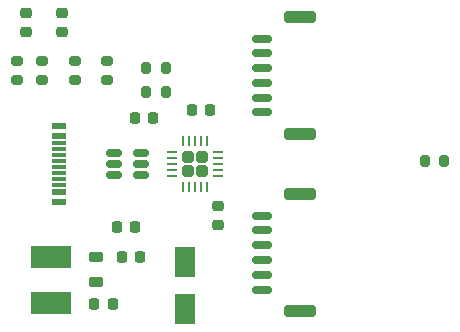
<source format=gbr>
%TF.GenerationSoftware,KiCad,Pcbnew,7.0.5.1-1-g8f565ef7f0-dirty-deb11*%
%TF.CreationDate,2023-08-03T09:27:25+00:00*%
%TF.ProjectId,TFUSBSERIAL01,54465553-4253-4455-9249-414c30312e6b,REV*%
%TF.SameCoordinates,Original*%
%TF.FileFunction,Paste,Bot*%
%TF.FilePolarity,Positive*%
%FSLAX46Y46*%
G04 Gerber Fmt 4.6, Leading zero omitted, Abs format (unit mm)*
G04 Created by KiCad (PCBNEW 7.0.5.1-1-g8f565ef7f0-dirty-deb11) date 2023-08-03 09:27:25*
%MOMM*%
%LPD*%
G01*
G04 APERTURE LIST*
G04 Aperture macros list*
%AMRoundRect*
0 Rectangle with rounded corners*
0 $1 Rounding radius*
0 $2 $3 $4 $5 $6 $7 $8 $9 X,Y pos of 4 corners*
0 Add a 4 corners polygon primitive as box body*
4,1,4,$2,$3,$4,$5,$6,$7,$8,$9,$2,$3,0*
0 Add four circle primitives for the rounded corners*
1,1,$1+$1,$2,$3*
1,1,$1+$1,$4,$5*
1,1,$1+$1,$6,$7*
1,1,$1+$1,$8,$9*
0 Add four rect primitives between the rounded corners*
20,1,$1+$1,$2,$3,$4,$5,0*
20,1,$1+$1,$4,$5,$6,$7,0*
20,1,$1+$1,$6,$7,$8,$9,0*
20,1,$1+$1,$8,$9,$2,$3,0*%
G04 Aperture macros list end*
%ADD10R,1.800000X2.500000*%
%ADD11RoundRect,0.218750X0.256250X-0.218750X0.256250X0.218750X-0.256250X0.218750X-0.256250X-0.218750X0*%
%ADD12RoundRect,0.225000X0.250000X-0.225000X0.250000X0.225000X-0.250000X0.225000X-0.250000X-0.225000X0*%
%ADD13RoundRect,0.218750X-0.218750X-0.256250X0.218750X-0.256250X0.218750X0.256250X-0.218750X0.256250X0*%
%ADD14RoundRect,0.200000X-0.275000X0.200000X-0.275000X-0.200000X0.275000X-0.200000X0.275000X0.200000X0*%
%ADD15RoundRect,0.225000X0.225000X0.250000X-0.225000X0.250000X-0.225000X-0.250000X0.225000X-0.250000X0*%
%ADD16RoundRect,0.200000X-0.200000X-0.275000X0.200000X-0.275000X0.200000X0.275000X-0.200000X0.275000X0*%
%ADD17RoundRect,0.218750X0.381250X-0.218750X0.381250X0.218750X-0.381250X0.218750X-0.381250X-0.218750X0*%
%ADD18RoundRect,0.150000X-0.700000X0.150000X-0.700000X-0.150000X0.700000X-0.150000X0.700000X0.150000X0*%
%ADD19RoundRect,0.250000X-1.100000X0.250000X-1.100000X-0.250000X1.100000X-0.250000X1.100000X0.250000X0*%
%ADD20RoundRect,0.250000X0.255000X-0.255000X0.255000X0.255000X-0.255000X0.255000X-0.255000X-0.255000X0*%
%ADD21RoundRect,0.062500X0.062500X-0.350000X0.062500X0.350000X-0.062500X0.350000X-0.062500X-0.350000X0*%
%ADD22RoundRect,0.062500X0.350000X-0.062500X0.350000X0.062500X-0.350000X0.062500X-0.350000X-0.062500X0*%
%ADD23RoundRect,0.200000X0.275000X-0.200000X0.275000X0.200000X-0.275000X0.200000X-0.275000X-0.200000X0*%
%ADD24RoundRect,0.225000X-0.225000X-0.250000X0.225000X-0.250000X0.225000X0.250000X-0.225000X0.250000X0*%
%ADD25R,3.400000X1.900000*%
%ADD26R,1.150000X0.600000*%
%ADD27R,1.150000X0.300000*%
%ADD28RoundRect,0.150000X0.512500X0.150000X-0.512500X0.150000X-0.512500X-0.150000X0.512500X-0.150000X0*%
%ADD29RoundRect,0.200000X0.200000X0.275000X-0.200000X0.275000X-0.200000X-0.275000X0.200000X-0.275000X0*%
G04 APERTURE END LIST*
D10*
%TO.C,D1*%
X154009000Y-108618000D03*
X154009000Y-112618000D03*
%TD*%
D11*
%TO.C,D3*%
X140594000Y-89104500D03*
X140594000Y-87529500D03*
%TD*%
D12*
%TO.C,C5*%
X156800000Y-105450000D03*
X156800000Y-103900000D03*
%TD*%
D13*
%TO.C,D4*%
X148268500Y-105665000D03*
X149843500Y-105665000D03*
%TD*%
D14*
%TO.C,R5*%
X147405000Y-91568000D03*
X147405000Y-93218000D03*
%TD*%
%TO.C,R6*%
X144738000Y-91569000D03*
X144738000Y-93219000D03*
%TD*%
D15*
%TO.C,C2*%
X151342000Y-96394000D03*
X149792000Y-96394000D03*
%TD*%
D16*
%TO.C,R7*%
X174330000Y-100077000D03*
X175980000Y-100077000D03*
%TD*%
D17*
%TO.C,FB1*%
X146516000Y-110330000D03*
X146516000Y-108205000D03*
%TD*%
D18*
%TO.C,J2*%
X160541000Y-89692000D03*
X160541000Y-90942000D03*
X160541000Y-92192000D03*
X160541000Y-93442000D03*
X160541000Y-94692000D03*
X160541000Y-95942000D03*
D19*
X163741000Y-87842000D03*
X163741000Y-97792000D03*
%TD*%
D20*
%TO.C,U2*%
X154273000Y-100942000D03*
X155523000Y-100942000D03*
X154273000Y-99692000D03*
X155523000Y-99692000D03*
D21*
X155898000Y-102254500D03*
X155398000Y-102254500D03*
X154898000Y-102254500D03*
X154398000Y-102254500D03*
X153898000Y-102254500D03*
D22*
X152960500Y-101317000D03*
X152960500Y-100817000D03*
X152960500Y-100317000D03*
X152960500Y-99817000D03*
X152960500Y-99317000D03*
D21*
X153898000Y-98379500D03*
X154398000Y-98379500D03*
X154898000Y-98379500D03*
X155398000Y-98379500D03*
X155898000Y-98379500D03*
D22*
X156835500Y-99317000D03*
X156835500Y-99817000D03*
X156835500Y-100317000D03*
X156835500Y-100817000D03*
X156835500Y-101317000D03*
%TD*%
D23*
%TO.C,R2*%
X141944000Y-93218000D03*
X141944000Y-91568000D03*
%TD*%
D24*
%TO.C,C1*%
X146363000Y-112142000D03*
X147913000Y-112142000D03*
%TD*%
%TO.C,C3*%
X148675000Y-108205000D03*
X150225000Y-108205000D03*
%TD*%
D25*
%TO.C,F1*%
X142706000Y-108205000D03*
X142706000Y-112105000D03*
%TD*%
D26*
%TO.C,J1*%
X143346200Y-103517000D03*
X143346200Y-102717000D03*
D27*
X143346200Y-101567000D03*
X143346200Y-100567000D03*
X143346200Y-100067000D03*
X143346200Y-99067000D03*
D26*
X143346200Y-97117000D03*
X143346200Y-97917000D03*
D27*
X143346200Y-98567000D03*
X143346200Y-99567000D03*
X143346200Y-101067000D03*
X143346200Y-102067000D03*
%TD*%
D28*
%TO.C,U1*%
X150320500Y-99367000D03*
X150320500Y-100317000D03*
X150320500Y-101267000D03*
X148045500Y-101267000D03*
X148045500Y-100317000D03*
X148045500Y-99367000D03*
%TD*%
D23*
%TO.C,R1*%
X139785000Y-93218000D03*
X139785000Y-91568000D03*
%TD*%
D24*
%TO.C,C4*%
X154631000Y-95759000D03*
X156181000Y-95759000D03*
%TD*%
D16*
%TO.C,R3*%
X150771000Y-94235000D03*
X152421000Y-94235000D03*
%TD*%
D11*
%TO.C,D2*%
X143594000Y-89104500D03*
X143594000Y-87529500D03*
%TD*%
D18*
%TO.C,J3*%
X160541000Y-104692000D03*
X160541000Y-105942000D03*
X160541000Y-107192000D03*
X160541000Y-108442000D03*
X160541000Y-109692000D03*
X160541000Y-110942000D03*
D19*
X163741000Y-102842000D03*
X163741000Y-112792000D03*
%TD*%
D29*
%TO.C,R4*%
X152421000Y-92203000D03*
X150771000Y-92203000D03*
%TD*%
M02*

</source>
